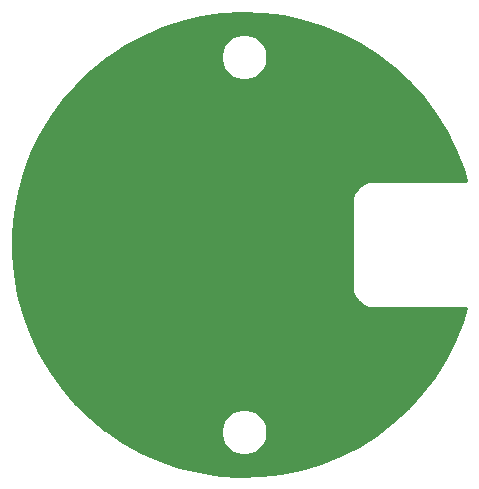
<source format=gbl>
G04 #@! TF.GenerationSoftware,KiCad,Pcbnew,(5.1.5)-3*
G04 #@! TF.CreationDate,2020-02-14T12:09:09-03:30*
G04 #@! TF.ProjectId,RPM Sensor,52504d20-5365-46e7-936f-722e6b696361,rev?*
G04 #@! TF.SameCoordinates,Original*
G04 #@! TF.FileFunction,Copper,L2,Bot*
G04 #@! TF.FilePolarity,Positive*
%FSLAX46Y46*%
G04 Gerber Fmt 4.6, Leading zero omitted, Abs format (unit mm)*
G04 Created by KiCad (PCBNEW (5.1.5)-3) date 2020-02-14 12:09:09*
%MOMM*%
%LPD*%
G04 APERTURE LIST*
%ADD10C,0.800000*%
%ADD11C,0.500000*%
%ADD12C,0.254000*%
G04 APERTURE END LIST*
D10*
X104400000Y-103600000D03*
X103350000Y-103600000D03*
X102400000Y-94200000D03*
X101200000Y-94200000D03*
X100000000Y-100000000D03*
X99200000Y-100800000D03*
X100700000Y-100800000D03*
X100700000Y-99200000D03*
X99200000Y-99200000D03*
X105800000Y-110500000D03*
X105700000Y-112200000D03*
X107500000Y-112100000D03*
X106600000Y-112900000D03*
X105000000Y-111400000D03*
X106800000Y-86800000D03*
X87400000Y-104900000D03*
X108300000Y-97400000D03*
X107000000Y-96300000D03*
X105600000Y-97400000D03*
X107000000Y-98800000D03*
X105600000Y-87400000D03*
X105000000Y-88500000D03*
X106000000Y-89500000D03*
X108000000Y-87800000D03*
X87400000Y-94900000D03*
X86000000Y-96300004D03*
X86000000Y-103500000D03*
X89100004Y-90900000D03*
X90500006Y-89500000D03*
X90500000Y-110800000D03*
X89300000Y-109500000D03*
D11*
X100700000Y-96650000D03*
D10*
X102450000Y-102100000D03*
D12*
G36*
X101564860Y-80469750D02*
G01*
X103294799Y-80686178D01*
X104998635Y-81055526D01*
X106662905Y-81574878D01*
X108274409Y-82240114D01*
X109820416Y-83045978D01*
X111288639Y-83986068D01*
X112667507Y-85052971D01*
X113946062Y-86238214D01*
X115114192Y-87532417D01*
X116162655Y-88925345D01*
X117083140Y-90405952D01*
X117868362Y-91962522D01*
X118512413Y-93583506D01*
X118818707Y-94598000D01*
X110980253Y-94598000D01*
X110962422Y-94599756D01*
X110953095Y-94599691D01*
X110947509Y-94600239D01*
X110656363Y-94630839D01*
X110620646Y-94638171D01*
X110584882Y-94644993D01*
X110579508Y-94646615D01*
X110299852Y-94733183D01*
X110266240Y-94747312D01*
X110232481Y-94760951D01*
X110227530Y-94763584D01*
X110227526Y-94763586D01*
X110227525Y-94763587D01*
X109970009Y-94902826D01*
X109939774Y-94923219D01*
X109909317Y-94943150D01*
X109904967Y-94946697D01*
X109679400Y-95133303D01*
X109653765Y-95159117D01*
X109627694Y-95184648D01*
X109624117Y-95188973D01*
X109439090Y-95415837D01*
X109418916Y-95446201D01*
X109398343Y-95476247D01*
X109395673Y-95481185D01*
X109258236Y-95739666D01*
X109244361Y-95773329D01*
X109229998Y-95806840D01*
X109228339Y-95812203D01*
X109143725Y-96092457D01*
X109136655Y-96128162D01*
X109129072Y-96163838D01*
X109128486Y-96169420D01*
X109099947Y-96460489D01*
X109098000Y-96480254D01*
X109098001Y-103519747D01*
X109099756Y-103537569D01*
X109099691Y-103546905D01*
X109100239Y-103552492D01*
X109130839Y-103843637D01*
X109138171Y-103879354D01*
X109144993Y-103915118D01*
X109146615Y-103920492D01*
X109233183Y-104200147D01*
X109247307Y-104233747D01*
X109260951Y-104267519D01*
X109263587Y-104272475D01*
X109402826Y-104529991D01*
X109423219Y-104560226D01*
X109443150Y-104590683D01*
X109446694Y-104595028D01*
X109446698Y-104595034D01*
X109446703Y-104595039D01*
X109633303Y-104820600D01*
X109659134Y-104846251D01*
X109684648Y-104872306D01*
X109688973Y-104875884D01*
X109915837Y-105060910D01*
X109946219Y-105081096D01*
X109976248Y-105101657D01*
X109981185Y-105104327D01*
X110239666Y-105241764D01*
X110273343Y-105255644D01*
X110306841Y-105270002D01*
X110312203Y-105271661D01*
X110592457Y-105356275D01*
X110628193Y-105363351D01*
X110663838Y-105370928D01*
X110669418Y-105371514D01*
X110669420Y-105371514D01*
X110960268Y-105400032D01*
X110980253Y-105402000D01*
X118816420Y-105402000D01*
X118459757Y-106566337D01*
X117802968Y-108181305D01*
X117005213Y-109731502D01*
X116072811Y-111204649D01*
X115013157Y-112589064D01*
X113834621Y-113873813D01*
X112546545Y-115048708D01*
X111159140Y-116104441D01*
X109683357Y-117032674D01*
X108130914Y-117826039D01*
X106514098Y-118478256D01*
X104845698Y-118984169D01*
X103138931Y-119339766D01*
X101407304Y-119542234D01*
X99664548Y-119589969D01*
X97924426Y-119482593D01*
X96200761Y-119220958D01*
X94507170Y-118807132D01*
X92857065Y-118244394D01*
X91263525Y-117537201D01*
X89739145Y-116691143D01*
X88296030Y-115712941D01*
X88256031Y-115680282D01*
X98023000Y-115680282D01*
X98023000Y-116069718D01*
X98098975Y-116451670D01*
X98248005Y-116811461D01*
X98464364Y-117135264D01*
X98739736Y-117410636D01*
X99063539Y-117626995D01*
X99423330Y-117776025D01*
X99805282Y-117852000D01*
X100194718Y-117852000D01*
X100576670Y-117776025D01*
X100936461Y-117626995D01*
X101260264Y-117410636D01*
X101535636Y-117135264D01*
X101751995Y-116811461D01*
X101901025Y-116451670D01*
X101977000Y-116069718D01*
X101977000Y-115680282D01*
X101901025Y-115298330D01*
X101751995Y-114938539D01*
X101535636Y-114614736D01*
X101260264Y-114339364D01*
X100936461Y-114123005D01*
X100576670Y-113973975D01*
X100194718Y-113898000D01*
X99805282Y-113898000D01*
X99423330Y-113973975D01*
X99063539Y-114123005D01*
X98739736Y-114339364D01*
X98464364Y-114614736D01*
X98248005Y-114938539D01*
X98098975Y-115298330D01*
X98023000Y-115680282D01*
X88256031Y-115680282D01*
X86945567Y-114610312D01*
X85698482Y-113392012D01*
X84564622Y-112067665D01*
X83552988Y-110647780D01*
X82671568Y-109143570D01*
X81927360Y-107566975D01*
X81326252Y-105930477D01*
X80872990Y-104246988D01*
X80571181Y-102529905D01*
X80423205Y-100792783D01*
X80430235Y-99049367D01*
X80592216Y-97313492D01*
X80907863Y-95598892D01*
X81374683Y-93919129D01*
X81988974Y-92287518D01*
X82745878Y-90716968D01*
X83639387Y-89219937D01*
X84662448Y-87808243D01*
X85806949Y-86493087D01*
X87063822Y-85284881D01*
X88423126Y-84193184D01*
X88817793Y-83930282D01*
X98023000Y-83930282D01*
X98023000Y-84319718D01*
X98098975Y-84701670D01*
X98248005Y-85061461D01*
X98464364Y-85385264D01*
X98739736Y-85660636D01*
X99063539Y-85876995D01*
X99423330Y-86026025D01*
X99805282Y-86102000D01*
X100194718Y-86102000D01*
X100576670Y-86026025D01*
X100936461Y-85876995D01*
X101260264Y-85660636D01*
X101535636Y-85385264D01*
X101751995Y-85061461D01*
X101901025Y-84701670D01*
X101977000Y-84319718D01*
X101977000Y-83930282D01*
X101901025Y-83548330D01*
X101751995Y-83188539D01*
X101535636Y-82864736D01*
X101260264Y-82589364D01*
X100936461Y-82373005D01*
X100576670Y-82223975D01*
X100194718Y-82148000D01*
X99805282Y-82148000D01*
X99423330Y-82223975D01*
X99063539Y-82373005D01*
X98739736Y-82589364D01*
X98464364Y-82864736D01*
X98248005Y-83188539D01*
X98098975Y-83548330D01*
X98023000Y-83930282D01*
X88817793Y-83930282D01*
X89874091Y-83226646D01*
X91405234Y-82392916D01*
X93004433Y-81698594D01*
X94659017Y-81149183D01*
X96355892Y-80749029D01*
X98081624Y-80501301D01*
X99822537Y-80407963D01*
X101564860Y-80469750D01*
G37*
X101564860Y-80469750D02*
X103294799Y-80686178D01*
X104998635Y-81055526D01*
X106662905Y-81574878D01*
X108274409Y-82240114D01*
X109820416Y-83045978D01*
X111288639Y-83986068D01*
X112667507Y-85052971D01*
X113946062Y-86238214D01*
X115114192Y-87532417D01*
X116162655Y-88925345D01*
X117083140Y-90405952D01*
X117868362Y-91962522D01*
X118512413Y-93583506D01*
X118818707Y-94598000D01*
X110980253Y-94598000D01*
X110962422Y-94599756D01*
X110953095Y-94599691D01*
X110947509Y-94600239D01*
X110656363Y-94630839D01*
X110620646Y-94638171D01*
X110584882Y-94644993D01*
X110579508Y-94646615D01*
X110299852Y-94733183D01*
X110266240Y-94747312D01*
X110232481Y-94760951D01*
X110227530Y-94763584D01*
X110227526Y-94763586D01*
X110227525Y-94763587D01*
X109970009Y-94902826D01*
X109939774Y-94923219D01*
X109909317Y-94943150D01*
X109904967Y-94946697D01*
X109679400Y-95133303D01*
X109653765Y-95159117D01*
X109627694Y-95184648D01*
X109624117Y-95188973D01*
X109439090Y-95415837D01*
X109418916Y-95446201D01*
X109398343Y-95476247D01*
X109395673Y-95481185D01*
X109258236Y-95739666D01*
X109244361Y-95773329D01*
X109229998Y-95806840D01*
X109228339Y-95812203D01*
X109143725Y-96092457D01*
X109136655Y-96128162D01*
X109129072Y-96163838D01*
X109128486Y-96169420D01*
X109099947Y-96460489D01*
X109098000Y-96480254D01*
X109098001Y-103519747D01*
X109099756Y-103537569D01*
X109099691Y-103546905D01*
X109100239Y-103552492D01*
X109130839Y-103843637D01*
X109138171Y-103879354D01*
X109144993Y-103915118D01*
X109146615Y-103920492D01*
X109233183Y-104200147D01*
X109247307Y-104233747D01*
X109260951Y-104267519D01*
X109263587Y-104272475D01*
X109402826Y-104529991D01*
X109423219Y-104560226D01*
X109443150Y-104590683D01*
X109446694Y-104595028D01*
X109446698Y-104595034D01*
X109446703Y-104595039D01*
X109633303Y-104820600D01*
X109659134Y-104846251D01*
X109684648Y-104872306D01*
X109688973Y-104875884D01*
X109915837Y-105060910D01*
X109946219Y-105081096D01*
X109976248Y-105101657D01*
X109981185Y-105104327D01*
X110239666Y-105241764D01*
X110273343Y-105255644D01*
X110306841Y-105270002D01*
X110312203Y-105271661D01*
X110592457Y-105356275D01*
X110628193Y-105363351D01*
X110663838Y-105370928D01*
X110669418Y-105371514D01*
X110669420Y-105371514D01*
X110960268Y-105400032D01*
X110980253Y-105402000D01*
X118816420Y-105402000D01*
X118459757Y-106566337D01*
X117802968Y-108181305D01*
X117005213Y-109731502D01*
X116072811Y-111204649D01*
X115013157Y-112589064D01*
X113834621Y-113873813D01*
X112546545Y-115048708D01*
X111159140Y-116104441D01*
X109683357Y-117032674D01*
X108130914Y-117826039D01*
X106514098Y-118478256D01*
X104845698Y-118984169D01*
X103138931Y-119339766D01*
X101407304Y-119542234D01*
X99664548Y-119589969D01*
X97924426Y-119482593D01*
X96200761Y-119220958D01*
X94507170Y-118807132D01*
X92857065Y-118244394D01*
X91263525Y-117537201D01*
X89739145Y-116691143D01*
X88296030Y-115712941D01*
X88256031Y-115680282D01*
X98023000Y-115680282D01*
X98023000Y-116069718D01*
X98098975Y-116451670D01*
X98248005Y-116811461D01*
X98464364Y-117135264D01*
X98739736Y-117410636D01*
X99063539Y-117626995D01*
X99423330Y-117776025D01*
X99805282Y-117852000D01*
X100194718Y-117852000D01*
X100576670Y-117776025D01*
X100936461Y-117626995D01*
X101260264Y-117410636D01*
X101535636Y-117135264D01*
X101751995Y-116811461D01*
X101901025Y-116451670D01*
X101977000Y-116069718D01*
X101977000Y-115680282D01*
X101901025Y-115298330D01*
X101751995Y-114938539D01*
X101535636Y-114614736D01*
X101260264Y-114339364D01*
X100936461Y-114123005D01*
X100576670Y-113973975D01*
X100194718Y-113898000D01*
X99805282Y-113898000D01*
X99423330Y-113973975D01*
X99063539Y-114123005D01*
X98739736Y-114339364D01*
X98464364Y-114614736D01*
X98248005Y-114938539D01*
X98098975Y-115298330D01*
X98023000Y-115680282D01*
X88256031Y-115680282D01*
X86945567Y-114610312D01*
X85698482Y-113392012D01*
X84564622Y-112067665D01*
X83552988Y-110647780D01*
X82671568Y-109143570D01*
X81927360Y-107566975D01*
X81326252Y-105930477D01*
X80872990Y-104246988D01*
X80571181Y-102529905D01*
X80423205Y-100792783D01*
X80430235Y-99049367D01*
X80592216Y-97313492D01*
X80907863Y-95598892D01*
X81374683Y-93919129D01*
X81988974Y-92287518D01*
X82745878Y-90716968D01*
X83639387Y-89219937D01*
X84662448Y-87808243D01*
X85806949Y-86493087D01*
X87063822Y-85284881D01*
X88423126Y-84193184D01*
X88817793Y-83930282D01*
X98023000Y-83930282D01*
X98023000Y-84319718D01*
X98098975Y-84701670D01*
X98248005Y-85061461D01*
X98464364Y-85385264D01*
X98739736Y-85660636D01*
X99063539Y-85876995D01*
X99423330Y-86026025D01*
X99805282Y-86102000D01*
X100194718Y-86102000D01*
X100576670Y-86026025D01*
X100936461Y-85876995D01*
X101260264Y-85660636D01*
X101535636Y-85385264D01*
X101751995Y-85061461D01*
X101901025Y-84701670D01*
X101977000Y-84319718D01*
X101977000Y-83930282D01*
X101901025Y-83548330D01*
X101751995Y-83188539D01*
X101535636Y-82864736D01*
X101260264Y-82589364D01*
X100936461Y-82373005D01*
X100576670Y-82223975D01*
X100194718Y-82148000D01*
X99805282Y-82148000D01*
X99423330Y-82223975D01*
X99063539Y-82373005D01*
X98739736Y-82589364D01*
X98464364Y-82864736D01*
X98248005Y-83188539D01*
X98098975Y-83548330D01*
X98023000Y-83930282D01*
X88817793Y-83930282D01*
X89874091Y-83226646D01*
X91405234Y-82392916D01*
X93004433Y-81698594D01*
X94659017Y-81149183D01*
X96355892Y-80749029D01*
X98081624Y-80501301D01*
X99822537Y-80407963D01*
X101564860Y-80469750D01*
M02*

</source>
